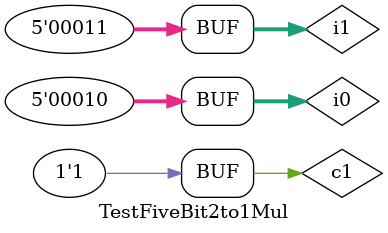
<source format=sv>
`timescale 1ns / 1ps


module TestFiveBit2to1Mul();
logic[4:0] i0, i1;
logic c1;
logic[4:0] o;
FiveBit2to1Mul dut(i0,i1,c1,o);
    
initial begin

 c1 = 0; i0 = 5'b0; i1 = 5'b01; #10;
 c1 = 1; i0 = 5'b0; i1 = 5'b01; #10;
 c1 = 0; i0 = 5'b10; i1 = 5'b11; #10;
 c1 = 1; i0 = 5'b10; i1 = 5'b11; #10;
  
end 
endmodule

</source>
